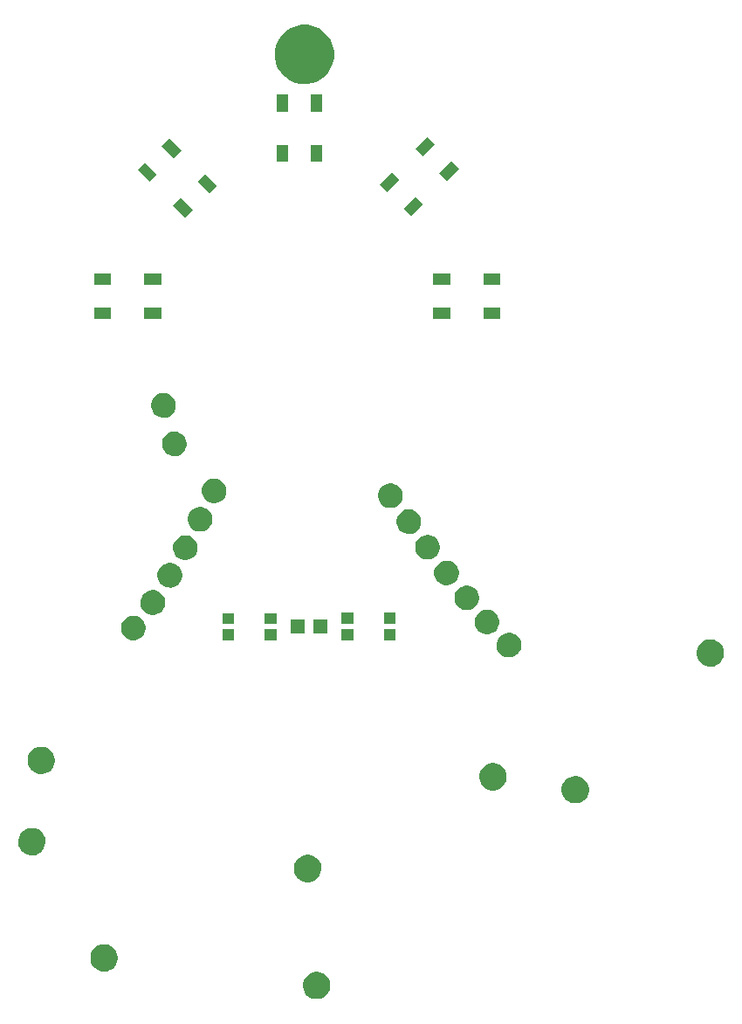
<source format=gts>
G04 #@! TF.GenerationSoftware,KiCad,Pcbnew,no-vcs-found-b8c621a~59~ubuntu16.04.1*
G04 #@! TF.CreationDate,2017-08-07T13:11:29-06:00*
G04 #@! TF.ProjectId,001,3030312E6B696361645F706362000000,rev?*
G04 #@! TF.SameCoordinates,Original*
G04 #@! TF.FileFunction,Soldermask,Top*
G04 #@! TF.FilePolarity,Negative*
%FSLAX46Y46*%
G04 Gerber Fmt 4.6, Leading zero omitted, Abs format (unit mm)*
G04 Created by KiCad (PCBNEW no-vcs-found-b8c621a~59~ubuntu16.04.1) date Mon Aug  7 13:11:29 2017*
%MOMM*%
%LPD*%
G01*
G04 APERTURE LIST*
%ADD10C,0.100000*%
G04 APERTURE END LIST*
D10*
G36*
X131837300Y-135217681D02*
X132092062Y-135269977D01*
X132331829Y-135370765D01*
X132547445Y-135516200D01*
X132730707Y-135700745D01*
X132874632Y-135917372D01*
X132973742Y-136157828D01*
X133024189Y-136412610D01*
X133024189Y-136412615D01*
X133024257Y-136412959D01*
X133020109Y-136710021D01*
X133020032Y-136710359D01*
X133020032Y-136710368D01*
X132962490Y-136963643D01*
X132856707Y-137201235D01*
X132706786Y-137413760D01*
X132518442Y-137593118D01*
X132298847Y-137732478D01*
X132056367Y-137826529D01*
X131800239Y-137871692D01*
X131540213Y-137866245D01*
X131286197Y-137810396D01*
X131047867Y-137706272D01*
X130834304Y-137557842D01*
X130653636Y-137370755D01*
X130512747Y-137152138D01*
X130417003Y-136910315D01*
X130370055Y-136654513D01*
X130373685Y-136394456D01*
X130427760Y-136140055D01*
X130530216Y-135901006D01*
X130677155Y-135686409D01*
X130862974Y-135504440D01*
X131080603Y-135362028D01*
X131321748Y-135264599D01*
X131577219Y-135215866D01*
X131837300Y-135217681D01*
X131837300Y-135217681D01*
G37*
G36*
X111223300Y-132555681D02*
X111478062Y-132607977D01*
X111717829Y-132708765D01*
X111933445Y-132854200D01*
X112116707Y-133038745D01*
X112260632Y-133255372D01*
X112359742Y-133495828D01*
X112410189Y-133750610D01*
X112410189Y-133750615D01*
X112410257Y-133750959D01*
X112406109Y-134048021D01*
X112406032Y-134048359D01*
X112406032Y-134048368D01*
X112348490Y-134301643D01*
X112242707Y-134539235D01*
X112092786Y-134751760D01*
X111904442Y-134931118D01*
X111684847Y-135070478D01*
X111442367Y-135164529D01*
X111186239Y-135209692D01*
X110926213Y-135204245D01*
X110672197Y-135148396D01*
X110433867Y-135044272D01*
X110220304Y-134895842D01*
X110039636Y-134708755D01*
X109898747Y-134490138D01*
X109803003Y-134248315D01*
X109756055Y-133992513D01*
X109759685Y-133732456D01*
X109813760Y-133478055D01*
X109916216Y-133239006D01*
X110063155Y-133024409D01*
X110248974Y-132842440D01*
X110466603Y-132700028D01*
X110707748Y-132602599D01*
X110963219Y-132553866D01*
X111223300Y-132555681D01*
X111223300Y-132555681D01*
G37*
G36*
X130969300Y-123878681D02*
X131224062Y-123930977D01*
X131463829Y-124031765D01*
X131679445Y-124177200D01*
X131862707Y-124361745D01*
X132006632Y-124578372D01*
X132105742Y-124818828D01*
X132156189Y-125073610D01*
X132156189Y-125073615D01*
X132156257Y-125073959D01*
X132152109Y-125371021D01*
X132152032Y-125371359D01*
X132152032Y-125371368D01*
X132094490Y-125624643D01*
X131988707Y-125862235D01*
X131838786Y-126074760D01*
X131650442Y-126254118D01*
X131430847Y-126393478D01*
X131188367Y-126487529D01*
X130932239Y-126532692D01*
X130672213Y-126527245D01*
X130418197Y-126471396D01*
X130179867Y-126367272D01*
X129966304Y-126218842D01*
X129785636Y-126031755D01*
X129644747Y-125813138D01*
X129549003Y-125571315D01*
X129502055Y-125315513D01*
X129505685Y-125055456D01*
X129559760Y-124801055D01*
X129662216Y-124562006D01*
X129809155Y-124347409D01*
X129994974Y-124165440D01*
X130212603Y-124023028D01*
X130453748Y-123925599D01*
X130709219Y-123876866D01*
X130969300Y-123878681D01*
X130969300Y-123878681D01*
G37*
G36*
X104222300Y-121293681D02*
X104477062Y-121345977D01*
X104716829Y-121446765D01*
X104932445Y-121592200D01*
X105115707Y-121776745D01*
X105259632Y-121993372D01*
X105358742Y-122233828D01*
X105409189Y-122488610D01*
X105409189Y-122488615D01*
X105409257Y-122488959D01*
X105405109Y-122786021D01*
X105405032Y-122786359D01*
X105405032Y-122786368D01*
X105347490Y-123039643D01*
X105241707Y-123277235D01*
X105091786Y-123489760D01*
X104903442Y-123669118D01*
X104683847Y-123808478D01*
X104441367Y-123902529D01*
X104185239Y-123947692D01*
X103925213Y-123942245D01*
X103671197Y-123886396D01*
X103432867Y-123782272D01*
X103219304Y-123633842D01*
X103038636Y-123446755D01*
X102897747Y-123228138D01*
X102802003Y-122986315D01*
X102755055Y-122730513D01*
X102758685Y-122470456D01*
X102812760Y-122216055D01*
X102915216Y-121977006D01*
X103062155Y-121762409D01*
X103247974Y-121580440D01*
X103465603Y-121438028D01*
X103706748Y-121340599D01*
X103962219Y-121291866D01*
X104222300Y-121293681D01*
X104222300Y-121293681D01*
G37*
G36*
X156922300Y-116248681D02*
X157177062Y-116300977D01*
X157416829Y-116401765D01*
X157632445Y-116547200D01*
X157815707Y-116731745D01*
X157959632Y-116948372D01*
X158058742Y-117188828D01*
X158109189Y-117443610D01*
X158109189Y-117443615D01*
X158109257Y-117443959D01*
X158105109Y-117741021D01*
X158105032Y-117741359D01*
X158105032Y-117741368D01*
X158047490Y-117994643D01*
X157941707Y-118232235D01*
X157791786Y-118444760D01*
X157603442Y-118624118D01*
X157383847Y-118763478D01*
X157141367Y-118857529D01*
X156885239Y-118902692D01*
X156625213Y-118897245D01*
X156371197Y-118841396D01*
X156132867Y-118737272D01*
X155919304Y-118588842D01*
X155738636Y-118401755D01*
X155597747Y-118183138D01*
X155502003Y-117941315D01*
X155455055Y-117685513D01*
X155458685Y-117425456D01*
X155512760Y-117171055D01*
X155615216Y-116932006D01*
X155762155Y-116717409D01*
X155947974Y-116535440D01*
X156165603Y-116393028D01*
X156406748Y-116295599D01*
X156662219Y-116246866D01*
X156922300Y-116248681D01*
X156922300Y-116248681D01*
G37*
G36*
X148942300Y-115004681D02*
X149197062Y-115056977D01*
X149436829Y-115157765D01*
X149652445Y-115303200D01*
X149835707Y-115487745D01*
X149979632Y-115704372D01*
X150078742Y-115944828D01*
X150129189Y-116199610D01*
X150129189Y-116199615D01*
X150129257Y-116199959D01*
X150125109Y-116497021D01*
X150125032Y-116497359D01*
X150125032Y-116497368D01*
X150067490Y-116750643D01*
X149961707Y-116988235D01*
X149811786Y-117200760D01*
X149623442Y-117380118D01*
X149403847Y-117519478D01*
X149161367Y-117613529D01*
X148905239Y-117658692D01*
X148645213Y-117653245D01*
X148391197Y-117597396D01*
X148152867Y-117493272D01*
X147939304Y-117344842D01*
X147758636Y-117157755D01*
X147617747Y-116939138D01*
X147522003Y-116697315D01*
X147475055Y-116441513D01*
X147478685Y-116181456D01*
X147532760Y-115927055D01*
X147635216Y-115688006D01*
X147782155Y-115473409D01*
X147967974Y-115291440D01*
X148185603Y-115149028D01*
X148426748Y-115051599D01*
X148682219Y-115002866D01*
X148942300Y-115004681D01*
X148942300Y-115004681D01*
G37*
G36*
X105127300Y-113414681D02*
X105382062Y-113466977D01*
X105621829Y-113567765D01*
X105837445Y-113713200D01*
X106020707Y-113897745D01*
X106164632Y-114114372D01*
X106263742Y-114354828D01*
X106314189Y-114609610D01*
X106314189Y-114609615D01*
X106314257Y-114609959D01*
X106310109Y-114907021D01*
X106310032Y-114907359D01*
X106310032Y-114907368D01*
X106252490Y-115160643D01*
X106146707Y-115398235D01*
X105996786Y-115610760D01*
X105808442Y-115790118D01*
X105588847Y-115929478D01*
X105346367Y-116023529D01*
X105090239Y-116068692D01*
X104830213Y-116063245D01*
X104576197Y-116007396D01*
X104337867Y-115903272D01*
X104124304Y-115754842D01*
X103943636Y-115567755D01*
X103802747Y-115349138D01*
X103707003Y-115107315D01*
X103660055Y-114851513D01*
X103663685Y-114591456D01*
X103717760Y-114337055D01*
X103820216Y-114098006D01*
X103967155Y-113883409D01*
X104152974Y-113701440D01*
X104370603Y-113559028D01*
X104611748Y-113461599D01*
X104867219Y-113412866D01*
X105127300Y-113414681D01*
X105127300Y-113414681D01*
G37*
G36*
X170026300Y-103007681D02*
X170281062Y-103059977D01*
X170520829Y-103160765D01*
X170736445Y-103306200D01*
X170919707Y-103490745D01*
X171063632Y-103707372D01*
X171162742Y-103947828D01*
X171213189Y-104202610D01*
X171213189Y-104202615D01*
X171213257Y-104202959D01*
X171209109Y-104500021D01*
X171209032Y-104500359D01*
X171209032Y-104500368D01*
X171151490Y-104753643D01*
X171045707Y-104991235D01*
X170895786Y-105203760D01*
X170707442Y-105383118D01*
X170487847Y-105522478D01*
X170245367Y-105616529D01*
X169989239Y-105661692D01*
X169729213Y-105656245D01*
X169475197Y-105600396D01*
X169236867Y-105496272D01*
X169023304Y-105347842D01*
X168842636Y-105160755D01*
X168701747Y-104942138D01*
X168606003Y-104700315D01*
X168559055Y-104444513D01*
X168562685Y-104184456D01*
X168616760Y-103930055D01*
X168719216Y-103691006D01*
X168866155Y-103476409D01*
X169051974Y-103294440D01*
X169269603Y-103152028D01*
X169510748Y-103054599D01*
X169766219Y-103005866D01*
X170026300Y-103007681D01*
X170026300Y-103007681D01*
G37*
G36*
X150483394Y-102372993D02*
X150712721Y-102420068D01*
X150928551Y-102510794D01*
X151122638Y-102641708D01*
X151287610Y-102807834D01*
X151417164Y-103002831D01*
X151506379Y-103219281D01*
X151551783Y-103448593D01*
X151551783Y-103448598D01*
X151551851Y-103448942D01*
X151548117Y-103716347D01*
X151548040Y-103716685D01*
X151548040Y-103716693D01*
X151496250Y-103944649D01*
X151401028Y-104158521D01*
X151266075Y-104349829D01*
X151096534Y-104511281D01*
X150898863Y-104636726D01*
X150680588Y-104721389D01*
X150450033Y-104762043D01*
X150215965Y-104757140D01*
X149987309Y-104706866D01*
X149772772Y-104613138D01*
X149580534Y-104479529D01*
X149417898Y-104311114D01*
X149291076Y-104114325D01*
X149204890Y-103896644D01*
X149162629Y-103666380D01*
X149165897Y-103432286D01*
X149214574Y-103203283D01*
X149306801Y-102988099D01*
X149439070Y-102794926D01*
X149606338Y-102631124D01*
X149802241Y-102502929D01*
X150019311Y-102415227D01*
X150249277Y-102371359D01*
X150483394Y-102372993D01*
X150483394Y-102372993D01*
G37*
G36*
X123722200Y-103107200D02*
X122569800Y-103107200D01*
X122569800Y-102054800D01*
X123722200Y-102054800D01*
X123722200Y-103107200D01*
X123722200Y-103107200D01*
G37*
G36*
X127822200Y-103107200D02*
X126669800Y-103107200D01*
X126669800Y-102054800D01*
X127822200Y-102054800D01*
X127822200Y-103107200D01*
X127822200Y-103107200D01*
G37*
G36*
X135264200Y-103101200D02*
X134111800Y-103101200D01*
X134111800Y-102048800D01*
X135264200Y-102048800D01*
X135264200Y-103101200D01*
X135264200Y-103101200D01*
G37*
G36*
X139364200Y-103101200D02*
X138211800Y-103101200D01*
X138211800Y-102048800D01*
X139364200Y-102048800D01*
X139364200Y-103101200D01*
X139364200Y-103101200D01*
G37*
G36*
X114048394Y-100708993D02*
X114277721Y-100756068D01*
X114493551Y-100846794D01*
X114687638Y-100977708D01*
X114852610Y-101143834D01*
X114982164Y-101338831D01*
X115071379Y-101555281D01*
X115116783Y-101784593D01*
X115116783Y-101784598D01*
X115116851Y-101784942D01*
X115113117Y-102052347D01*
X115113040Y-102052685D01*
X115113040Y-102052693D01*
X115061250Y-102280649D01*
X114966028Y-102494521D01*
X114831075Y-102685829D01*
X114661534Y-102847281D01*
X114463863Y-102972726D01*
X114245588Y-103057389D01*
X114015033Y-103098043D01*
X113780965Y-103093140D01*
X113552309Y-103042866D01*
X113337772Y-102949138D01*
X113145534Y-102815529D01*
X112982898Y-102647114D01*
X112856076Y-102450325D01*
X112769890Y-102232644D01*
X112727629Y-102002380D01*
X112730897Y-101768286D01*
X112779574Y-101539283D01*
X112871801Y-101324099D01*
X113004070Y-101130926D01*
X113171338Y-100967124D01*
X113367241Y-100838929D01*
X113584311Y-100751227D01*
X113814277Y-100707359D01*
X114048394Y-100708993D01*
X114048394Y-100708993D01*
G37*
G36*
X148353394Y-100132993D02*
X148582721Y-100180068D01*
X148798551Y-100270794D01*
X148992638Y-100401708D01*
X149157610Y-100567834D01*
X149287164Y-100762831D01*
X149376379Y-100979281D01*
X149421783Y-101208593D01*
X149421783Y-101208598D01*
X149421851Y-101208942D01*
X149418117Y-101476347D01*
X149418040Y-101476685D01*
X149418040Y-101476693D01*
X149366250Y-101704649D01*
X149271028Y-101918521D01*
X149136075Y-102109829D01*
X148966534Y-102271281D01*
X148768863Y-102396726D01*
X148550588Y-102481389D01*
X148320033Y-102522043D01*
X148085965Y-102517140D01*
X147857309Y-102466866D01*
X147642772Y-102373138D01*
X147450534Y-102239529D01*
X147287898Y-102071114D01*
X147161076Y-101874325D01*
X147074890Y-101656644D01*
X147032629Y-101426380D01*
X147035897Y-101192286D01*
X147084574Y-100963283D01*
X147176801Y-100748099D01*
X147309070Y-100554926D01*
X147476338Y-100391124D01*
X147672241Y-100262929D01*
X147889311Y-100175227D01*
X148119277Y-100131359D01*
X148353394Y-100132993D01*
X148353394Y-100132993D01*
G37*
G36*
X130502200Y-102431200D02*
X129149800Y-102431200D01*
X129149800Y-101078800D01*
X130502200Y-101078800D01*
X130502200Y-102431200D01*
X130502200Y-102431200D01*
G37*
G36*
X132702200Y-102431200D02*
X131349800Y-102431200D01*
X131349800Y-101078800D01*
X132702200Y-101078800D01*
X132702200Y-102431200D01*
X132702200Y-102431200D01*
G37*
G36*
X127822200Y-101507200D02*
X126669800Y-101507200D01*
X126669800Y-100454800D01*
X127822200Y-100454800D01*
X127822200Y-101507200D01*
X127822200Y-101507200D01*
G37*
G36*
X123722200Y-101507200D02*
X122569800Y-101507200D01*
X122569800Y-100454800D01*
X123722200Y-100454800D01*
X123722200Y-101507200D01*
X123722200Y-101507200D01*
G37*
G36*
X139364200Y-101501200D02*
X138211800Y-101501200D01*
X138211800Y-100448800D01*
X139364200Y-100448800D01*
X139364200Y-101501200D01*
X139364200Y-101501200D01*
G37*
G36*
X135264200Y-101501200D02*
X134111800Y-101501200D01*
X134111800Y-100448800D01*
X135264200Y-100448800D01*
X135264200Y-101501200D01*
X135264200Y-101501200D01*
G37*
G36*
X115938394Y-98245693D02*
X116167721Y-98292768D01*
X116383551Y-98383494D01*
X116577638Y-98514408D01*
X116742610Y-98680534D01*
X116872164Y-98875531D01*
X116961379Y-99091981D01*
X117006783Y-99321293D01*
X117006783Y-99321298D01*
X117006851Y-99321642D01*
X117003117Y-99589047D01*
X117003040Y-99589385D01*
X117003040Y-99589393D01*
X116951250Y-99817349D01*
X116856028Y-100031221D01*
X116721075Y-100222529D01*
X116551534Y-100383981D01*
X116353863Y-100509426D01*
X116135588Y-100594089D01*
X115905033Y-100634743D01*
X115670965Y-100629840D01*
X115442309Y-100579566D01*
X115227772Y-100485838D01*
X115035534Y-100352229D01*
X114872898Y-100183814D01*
X114746076Y-99987025D01*
X114659890Y-99769344D01*
X114617629Y-99539080D01*
X114620897Y-99304986D01*
X114669574Y-99075983D01*
X114761801Y-98860799D01*
X114894070Y-98667626D01*
X115061338Y-98503824D01*
X115257241Y-98375629D01*
X115474311Y-98287927D01*
X115704277Y-98244059D01*
X115938394Y-98245693D01*
X115938394Y-98245693D01*
G37*
G36*
X146383394Y-97783193D02*
X146612721Y-97830268D01*
X146828551Y-97920994D01*
X147022638Y-98051908D01*
X147187610Y-98218034D01*
X147317164Y-98413031D01*
X147406379Y-98629481D01*
X147451783Y-98858793D01*
X147451783Y-98858798D01*
X147451851Y-98859142D01*
X147448117Y-99126547D01*
X147448040Y-99126885D01*
X147448040Y-99126893D01*
X147396250Y-99354849D01*
X147301028Y-99568721D01*
X147166075Y-99760029D01*
X146996534Y-99921481D01*
X146798863Y-100046926D01*
X146580588Y-100131589D01*
X146350033Y-100172243D01*
X146115965Y-100167340D01*
X145887309Y-100117066D01*
X145672772Y-100023338D01*
X145480534Y-99889729D01*
X145317898Y-99721314D01*
X145191076Y-99524525D01*
X145104890Y-99306844D01*
X145062629Y-99076580D01*
X145065897Y-98842486D01*
X145114574Y-98613483D01*
X145206801Y-98398299D01*
X145339070Y-98205126D01*
X145506338Y-98041324D01*
X145702241Y-97913129D01*
X145919311Y-97825427D01*
X146149277Y-97781559D01*
X146383394Y-97783193D01*
X146383394Y-97783193D01*
G37*
G36*
X117589394Y-95609193D02*
X117818721Y-95656268D01*
X118034551Y-95746994D01*
X118228638Y-95877908D01*
X118393610Y-96044034D01*
X118523164Y-96239031D01*
X118612379Y-96455481D01*
X118657783Y-96684793D01*
X118657783Y-96684798D01*
X118657851Y-96685142D01*
X118654117Y-96952547D01*
X118654040Y-96952885D01*
X118654040Y-96952893D01*
X118602250Y-97180849D01*
X118507028Y-97394721D01*
X118372075Y-97586029D01*
X118202534Y-97747481D01*
X118004863Y-97872926D01*
X117786588Y-97957589D01*
X117556033Y-97998243D01*
X117321965Y-97993340D01*
X117093309Y-97943066D01*
X116878772Y-97849338D01*
X116686534Y-97715729D01*
X116523898Y-97547314D01*
X116397076Y-97350525D01*
X116310890Y-97132844D01*
X116268629Y-96902580D01*
X116271897Y-96668486D01*
X116320574Y-96439483D01*
X116412801Y-96224299D01*
X116545070Y-96031126D01*
X116712338Y-95867324D01*
X116908241Y-95739129D01*
X117125311Y-95651427D01*
X117355277Y-95607559D01*
X117589394Y-95609193D01*
X117589394Y-95609193D01*
G37*
G36*
X144429394Y-95377993D02*
X144658721Y-95425068D01*
X144874551Y-95515794D01*
X145068638Y-95646708D01*
X145233610Y-95812834D01*
X145363164Y-96007831D01*
X145452379Y-96224281D01*
X145497783Y-96453593D01*
X145497783Y-96453598D01*
X145497851Y-96453942D01*
X145494117Y-96721347D01*
X145494040Y-96721685D01*
X145494040Y-96721693D01*
X145442250Y-96949649D01*
X145347028Y-97163521D01*
X145212075Y-97354829D01*
X145042534Y-97516281D01*
X144844863Y-97641726D01*
X144626588Y-97726389D01*
X144396033Y-97767043D01*
X144161965Y-97762140D01*
X143933309Y-97711866D01*
X143718772Y-97618138D01*
X143526534Y-97484529D01*
X143363898Y-97316114D01*
X143237076Y-97119325D01*
X143150890Y-96901644D01*
X143108629Y-96671380D01*
X143111897Y-96437286D01*
X143160574Y-96208283D01*
X143252801Y-95993099D01*
X143385070Y-95799926D01*
X143552338Y-95636124D01*
X143748241Y-95507929D01*
X143965311Y-95420227D01*
X144195277Y-95376359D01*
X144429394Y-95377993D01*
X144429394Y-95377993D01*
G37*
G36*
X119098394Y-92926893D02*
X119327721Y-92973968D01*
X119543551Y-93064694D01*
X119737638Y-93195608D01*
X119902610Y-93361734D01*
X120032164Y-93556731D01*
X120121379Y-93773181D01*
X120166783Y-94002493D01*
X120166783Y-94002498D01*
X120166851Y-94002842D01*
X120163117Y-94270247D01*
X120163040Y-94270585D01*
X120163040Y-94270593D01*
X120111250Y-94498549D01*
X120016028Y-94712421D01*
X119881075Y-94903729D01*
X119711534Y-95065181D01*
X119513863Y-95190626D01*
X119295588Y-95275289D01*
X119065033Y-95315943D01*
X118830965Y-95311040D01*
X118602309Y-95260766D01*
X118387772Y-95167038D01*
X118195534Y-95033429D01*
X118032898Y-94865014D01*
X117906076Y-94668225D01*
X117819890Y-94450544D01*
X117777629Y-94220280D01*
X117780897Y-93986186D01*
X117829574Y-93757183D01*
X117921801Y-93541999D01*
X118054070Y-93348826D01*
X118221338Y-93185024D01*
X118417241Y-93056829D01*
X118634311Y-92969127D01*
X118864277Y-92925259D01*
X119098394Y-92926893D01*
X119098394Y-92926893D01*
G37*
G36*
X142595394Y-92891393D02*
X142824721Y-92938468D01*
X143040551Y-93029194D01*
X143234638Y-93160108D01*
X143399610Y-93326234D01*
X143529164Y-93521231D01*
X143618379Y-93737681D01*
X143663783Y-93966993D01*
X143663783Y-93966998D01*
X143663851Y-93967342D01*
X143660117Y-94234747D01*
X143660040Y-94235085D01*
X143660040Y-94235093D01*
X143608250Y-94463049D01*
X143513028Y-94676921D01*
X143378075Y-94868229D01*
X143208534Y-95029681D01*
X143010863Y-95155126D01*
X142792588Y-95239789D01*
X142562033Y-95280443D01*
X142327965Y-95275540D01*
X142099309Y-95225266D01*
X141884772Y-95131538D01*
X141692534Y-94997929D01*
X141529898Y-94829514D01*
X141403076Y-94632725D01*
X141316890Y-94415044D01*
X141274629Y-94184780D01*
X141277897Y-93950686D01*
X141326574Y-93721683D01*
X141418801Y-93506499D01*
X141551070Y-93313326D01*
X141718338Y-93149524D01*
X141914241Y-93021329D01*
X142131311Y-92933627D01*
X142361277Y-92889759D01*
X142595394Y-92891393D01*
X142595394Y-92891393D01*
G37*
G36*
X140772394Y-90407193D02*
X141001721Y-90454268D01*
X141217551Y-90544994D01*
X141411638Y-90675908D01*
X141576610Y-90842034D01*
X141706164Y-91037031D01*
X141795379Y-91253481D01*
X141840783Y-91482793D01*
X141840783Y-91482798D01*
X141840851Y-91483142D01*
X141837117Y-91750547D01*
X141837040Y-91750885D01*
X141837040Y-91750893D01*
X141785250Y-91978849D01*
X141690028Y-92192721D01*
X141555075Y-92384029D01*
X141385534Y-92545481D01*
X141187863Y-92670926D01*
X140969588Y-92755589D01*
X140739033Y-92796243D01*
X140504965Y-92791340D01*
X140276309Y-92741066D01*
X140061772Y-92647338D01*
X139869534Y-92513729D01*
X139706898Y-92345314D01*
X139580076Y-92148525D01*
X139493890Y-91930844D01*
X139451629Y-91700580D01*
X139454897Y-91466486D01*
X139503574Y-91237483D01*
X139595801Y-91022299D01*
X139728070Y-90829126D01*
X139895338Y-90665324D01*
X140091241Y-90537129D01*
X140308311Y-90449427D01*
X140538277Y-90405559D01*
X140772394Y-90407193D01*
X140772394Y-90407193D01*
G37*
G36*
X120515394Y-90178593D02*
X120744721Y-90225668D01*
X120960551Y-90316394D01*
X121154638Y-90447308D01*
X121319610Y-90613434D01*
X121449164Y-90808431D01*
X121538379Y-91024881D01*
X121583783Y-91254193D01*
X121583783Y-91254198D01*
X121583851Y-91254542D01*
X121580117Y-91521947D01*
X121580040Y-91522285D01*
X121580040Y-91522293D01*
X121528250Y-91750249D01*
X121433028Y-91964121D01*
X121298075Y-92155429D01*
X121128534Y-92316881D01*
X120930863Y-92442326D01*
X120712588Y-92526989D01*
X120482033Y-92567643D01*
X120247965Y-92562740D01*
X120019309Y-92512466D01*
X119804772Y-92418738D01*
X119612534Y-92285129D01*
X119449898Y-92116714D01*
X119323076Y-91919925D01*
X119236890Y-91702244D01*
X119194629Y-91471980D01*
X119197897Y-91237886D01*
X119246574Y-91008883D01*
X119338801Y-90793699D01*
X119471070Y-90600526D01*
X119638338Y-90436724D01*
X119834241Y-90308529D01*
X120051311Y-90220827D01*
X120281277Y-90176959D01*
X120515394Y-90178593D01*
X120515394Y-90178593D01*
G37*
G36*
X138984394Y-87892593D02*
X139213721Y-87939668D01*
X139429551Y-88030394D01*
X139623638Y-88161308D01*
X139788610Y-88327434D01*
X139918164Y-88522431D01*
X140007379Y-88738881D01*
X140052783Y-88968193D01*
X140052783Y-88968198D01*
X140052851Y-88968542D01*
X140049117Y-89235947D01*
X140049040Y-89236285D01*
X140049040Y-89236293D01*
X139997250Y-89464249D01*
X139902028Y-89678121D01*
X139767075Y-89869429D01*
X139597534Y-90030881D01*
X139399863Y-90156326D01*
X139181588Y-90240989D01*
X138951033Y-90281643D01*
X138716965Y-90276740D01*
X138488309Y-90226466D01*
X138273772Y-90132738D01*
X138081534Y-89999129D01*
X137918898Y-89830714D01*
X137792076Y-89633925D01*
X137705890Y-89416244D01*
X137663629Y-89185980D01*
X137666897Y-88951886D01*
X137715574Y-88722883D01*
X137807801Y-88507699D01*
X137940070Y-88314526D01*
X138107338Y-88150724D01*
X138303241Y-88022529D01*
X138520311Y-87934827D01*
X138750277Y-87890959D01*
X138984394Y-87892593D01*
X138984394Y-87892593D01*
G37*
G36*
X121882394Y-87420193D02*
X122111721Y-87467268D01*
X122327551Y-87557994D01*
X122521638Y-87688908D01*
X122686610Y-87855034D01*
X122816164Y-88050031D01*
X122905379Y-88266481D01*
X122950783Y-88495793D01*
X122950783Y-88495798D01*
X122950851Y-88496142D01*
X122947117Y-88763547D01*
X122947040Y-88763885D01*
X122947040Y-88763893D01*
X122895250Y-88991849D01*
X122800028Y-89205721D01*
X122665075Y-89397029D01*
X122495534Y-89558481D01*
X122297863Y-89683926D01*
X122079588Y-89768589D01*
X121849033Y-89809243D01*
X121614965Y-89804340D01*
X121386309Y-89754066D01*
X121171772Y-89660338D01*
X120979534Y-89526729D01*
X120816898Y-89358314D01*
X120690076Y-89161525D01*
X120603890Y-88943844D01*
X120561629Y-88713580D01*
X120564897Y-88479486D01*
X120613574Y-88250483D01*
X120705801Y-88035299D01*
X120838070Y-87842126D01*
X121005338Y-87678324D01*
X121201241Y-87550129D01*
X121418311Y-87462427D01*
X121648277Y-87418559D01*
X121882394Y-87420193D01*
X121882394Y-87420193D01*
G37*
G36*
X118018814Y-82871053D02*
X118248141Y-82918128D01*
X118463971Y-83008854D01*
X118658058Y-83139768D01*
X118823030Y-83305894D01*
X118952584Y-83500891D01*
X119041799Y-83717341D01*
X119087203Y-83946653D01*
X119087203Y-83946658D01*
X119087271Y-83947002D01*
X119083537Y-84214407D01*
X119083460Y-84214745D01*
X119083460Y-84214753D01*
X119031670Y-84442709D01*
X118936448Y-84656581D01*
X118801495Y-84847889D01*
X118631954Y-85009341D01*
X118434283Y-85134786D01*
X118216008Y-85219449D01*
X117985453Y-85260103D01*
X117751385Y-85255200D01*
X117522729Y-85204926D01*
X117308192Y-85111198D01*
X117115954Y-84977589D01*
X116953318Y-84809174D01*
X116826496Y-84612385D01*
X116740310Y-84394704D01*
X116698049Y-84164440D01*
X116701317Y-83930346D01*
X116749994Y-83701343D01*
X116842221Y-83486159D01*
X116974490Y-83292986D01*
X117141758Y-83129184D01*
X117337661Y-83000989D01*
X117554731Y-82913287D01*
X117784697Y-82869419D01*
X118018814Y-82871053D01*
X118018814Y-82871053D01*
G37*
G36*
X116964714Y-79137253D02*
X117194041Y-79184328D01*
X117409871Y-79275054D01*
X117603958Y-79405968D01*
X117768930Y-79572094D01*
X117898484Y-79767091D01*
X117987699Y-79983541D01*
X118033103Y-80212853D01*
X118033103Y-80212858D01*
X118033171Y-80213202D01*
X118029437Y-80480607D01*
X118029360Y-80480945D01*
X118029360Y-80480953D01*
X117977570Y-80708909D01*
X117882348Y-80922781D01*
X117747395Y-81114089D01*
X117577854Y-81275541D01*
X117380183Y-81400986D01*
X117161908Y-81485649D01*
X116931353Y-81526303D01*
X116697285Y-81521400D01*
X116468629Y-81471126D01*
X116254092Y-81377398D01*
X116061854Y-81243789D01*
X115899218Y-81075374D01*
X115772396Y-80878585D01*
X115686210Y-80660904D01*
X115643949Y-80430640D01*
X115647217Y-80196546D01*
X115695894Y-79967543D01*
X115788121Y-79752359D01*
X115920390Y-79559186D01*
X116087658Y-79395384D01*
X116283561Y-79267189D01*
X116500631Y-79179487D01*
X116730597Y-79135619D01*
X116964714Y-79137253D01*
X116964714Y-79137253D01*
G37*
G36*
X116648900Y-71927900D02*
X114997900Y-71927900D01*
X114997900Y-70886500D01*
X116648900Y-70886500D01*
X116648900Y-71927900D01*
X116648900Y-71927900D01*
G37*
G36*
X111772100Y-71927900D02*
X110121100Y-71927900D01*
X110121100Y-70886500D01*
X111772100Y-70886500D01*
X111772100Y-71927900D01*
X111772100Y-71927900D01*
G37*
G36*
X149536900Y-71922900D02*
X147885900Y-71922900D01*
X147885900Y-70881500D01*
X149536900Y-70881500D01*
X149536900Y-71922900D01*
X149536900Y-71922900D01*
G37*
G36*
X144660100Y-71922900D02*
X143009100Y-71922900D01*
X143009100Y-70881500D01*
X144660100Y-70881500D01*
X144660100Y-71922900D01*
X144660100Y-71922900D01*
G37*
G36*
X116648900Y-68625900D02*
X114997900Y-68625900D01*
X114997900Y-67584500D01*
X116648900Y-67584500D01*
X116648900Y-68625900D01*
X116648900Y-68625900D01*
G37*
G36*
X111772100Y-68625900D02*
X110121100Y-68625900D01*
X110121100Y-67584500D01*
X111772100Y-67584500D01*
X111772100Y-68625900D01*
X111772100Y-68625900D01*
G37*
G36*
X144660100Y-68620900D02*
X143009100Y-68620900D01*
X143009100Y-67579500D01*
X144660100Y-67579500D01*
X144660100Y-68620900D01*
X144660100Y-68620900D01*
G37*
G36*
X149536900Y-68620900D02*
X147885900Y-68620900D01*
X147885900Y-67579500D01*
X149536900Y-67579500D01*
X149536900Y-68620900D01*
X149536900Y-68620900D01*
G37*
G36*
X119688683Y-61402968D02*
X118952302Y-62139349D01*
X117784869Y-60971916D01*
X118521250Y-60235535D01*
X119688683Y-61402968D01*
X119688683Y-61402968D01*
G37*
G36*
X142045131Y-60829616D02*
X140877698Y-61997049D01*
X140141317Y-61260668D01*
X141308750Y-60093235D01*
X142045131Y-60829616D01*
X142045131Y-60829616D01*
G37*
G36*
X122023549Y-59068102D02*
X121287168Y-59804483D01*
X120119735Y-58637050D01*
X120856116Y-57900669D01*
X122023549Y-59068102D01*
X122023549Y-59068102D01*
G37*
G36*
X139710265Y-58494750D02*
X138542832Y-59662183D01*
X137806451Y-58925802D01*
X138973884Y-57758369D01*
X139710265Y-58494750D01*
X139710265Y-58494750D01*
G37*
G36*
X116240265Y-57954550D02*
X115503884Y-58690931D01*
X114336451Y-57523498D01*
X115072832Y-56787117D01*
X116240265Y-57954550D01*
X116240265Y-57954550D01*
G37*
G36*
X145493549Y-57381198D02*
X144326116Y-58548631D01*
X143589735Y-57812250D01*
X144757168Y-56644817D01*
X145493549Y-57381198D01*
X145493549Y-57381198D01*
G37*
G36*
X128901700Y-56738700D02*
X127860300Y-56738700D01*
X127860300Y-55087700D01*
X128901700Y-55087700D01*
X128901700Y-56738700D01*
X128901700Y-56738700D01*
G37*
G36*
X132203700Y-56738700D02*
X131162300Y-56738700D01*
X131162300Y-55087700D01*
X132203700Y-55087700D01*
X132203700Y-56738700D01*
X132203700Y-56738700D01*
G37*
G36*
X118575131Y-55619684D02*
X117838750Y-56356065D01*
X116671317Y-55188632D01*
X117407698Y-54452251D01*
X118575131Y-55619684D01*
X118575131Y-55619684D01*
G37*
G36*
X143158683Y-55046332D02*
X141991250Y-56213765D01*
X141254869Y-55477384D01*
X142422302Y-54309951D01*
X143158683Y-55046332D01*
X143158683Y-55046332D01*
G37*
G36*
X128901700Y-51861900D02*
X127860300Y-51861900D01*
X127860300Y-50210900D01*
X128901700Y-50210900D01*
X128901700Y-51861900D01*
X128901700Y-51861900D01*
G37*
G36*
X132203700Y-51861900D02*
X131162300Y-51861900D01*
X131162300Y-50210900D01*
X132203700Y-50210900D01*
X132203700Y-51861900D01*
X132203700Y-51861900D01*
G37*
G36*
X130817103Y-43453013D02*
X131369628Y-43566431D01*
X131889613Y-43785012D01*
X132357233Y-44100426D01*
X132754683Y-44500660D01*
X133066823Y-44970470D01*
X133281767Y-45491961D01*
X133391256Y-46044925D01*
X133391256Y-46044930D01*
X133391324Y-46045274D01*
X133382328Y-46689528D01*
X133382251Y-46689866D01*
X133382251Y-46689874D01*
X133257364Y-47239566D01*
X133027945Y-47754850D01*
X132702806Y-48215763D01*
X132294335Y-48604745D01*
X131818090Y-48906979D01*
X131292208Y-49110955D01*
X130736729Y-49208902D01*
X130172799Y-49197088D01*
X129621903Y-49075966D01*
X129105025Y-48850148D01*
X128641858Y-48528238D01*
X128250034Y-48122493D01*
X127944481Y-47648368D01*
X127736838Y-47123920D01*
X127635017Y-46569141D01*
X127642892Y-46005143D01*
X127760166Y-45453414D01*
X127982368Y-44934975D01*
X128301040Y-44469567D01*
X128704039Y-44074921D01*
X129176020Y-43766066D01*
X129699001Y-43554767D01*
X130253059Y-43449076D01*
X130817103Y-43453013D01*
X130817103Y-43453013D01*
G37*
M02*

</source>
